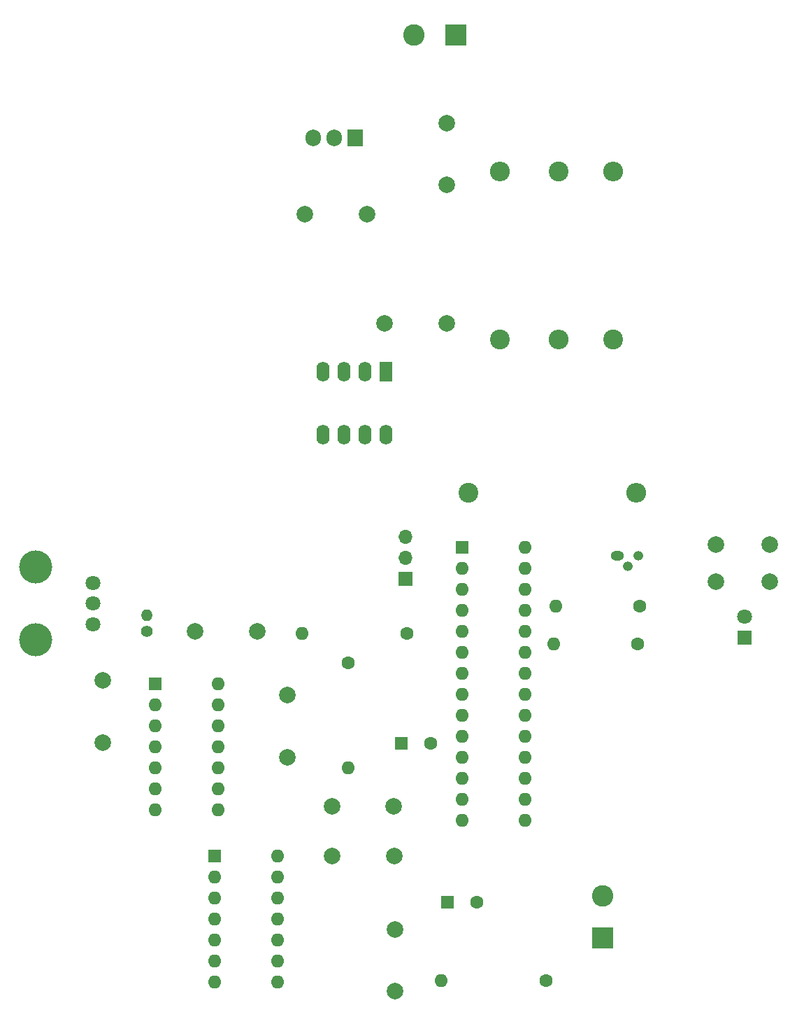
<source format=gbr>
%TF.GenerationSoftware,KiCad,Pcbnew,(5.1.10)-1*%
%TF.CreationDate,2021-11-16T23:10:03+01:00*%
%TF.ProjectId,Looper,4c6f6f70-6572-42e6-9b69-6361645f7063,rev?*%
%TF.SameCoordinates,Original*%
%TF.FileFunction,Soldermask,Bot*%
%TF.FilePolarity,Negative*%
%FSLAX46Y46*%
G04 Gerber Fmt 4.6, Leading zero omitted, Abs format (unit mm)*
G04 Created by KiCad (PCBNEW (5.1.10)-1) date 2021-11-16 23:10:03*
%MOMM*%
%LPD*%
G01*
G04 APERTURE LIST*
%ADD10C,2.000000*%
%ADD11O,1.600000X1.600000*%
%ADD12C,1.600000*%
%ADD13O,1.200000X1.200000*%
%ADD14O,1.600000X1.200000*%
%ADD15C,1.800000*%
%ADD16R,1.800000X1.800000*%
%ADD17C,2.600000*%
%ADD18R,2.600000X2.600000*%
%ADD19R,1.600000X1.600000*%
%ADD20O,1.600000X2.400000*%
%ADD21R,1.600000X2.400000*%
%ADD22O,1.905000X2.000000*%
%ADD23R,1.905000X2.000000*%
%ADD24O,1.400000X1.400000*%
%ADD25C,1.400000*%
%ADD26C,4.000000*%
%ADD27O,2.400000X2.400000*%
%ADD28C,2.400000*%
%ADD29O,1.700000X1.700000*%
%ADD30R,1.700000X1.700000*%
G04 APERTURE END LIST*
D10*
%TO.C,SW1*%
X233911000Y-91313000D03*
X233911000Y-86813000D03*
X240411000Y-91313000D03*
X240411000Y-86813000D03*
%TD*%
D11*
%TO.C,R9*%
X214249000Y-98806000D03*
D12*
X224409000Y-98806000D03*
%TD*%
D11*
%TO.C,R8*%
X214503000Y-94234000D03*
D12*
X224663000Y-94234000D03*
%TD*%
D13*
%TO.C,Q1*%
X224536000Y-88138000D03*
X223266000Y-89408000D03*
D14*
X221996000Y-88138000D03*
%TD*%
D15*
%TO.C,RECORD*%
X237363000Y-95504000D03*
D16*
X237363000Y-98044000D03*
%TD*%
D17*
%TO.C,J1*%
X197358000Y-25146000D03*
D18*
X202438000Y-25146000D03*
%TD*%
D11*
%TO.C,U2*%
X173609000Y-103632000D03*
X165989000Y-118872000D03*
X173609000Y-106172000D03*
X165989000Y-116332000D03*
X173609000Y-108712000D03*
X165989000Y-113792000D03*
X173609000Y-111252000D03*
X165989000Y-111252000D03*
X173609000Y-113792000D03*
X165989000Y-108712000D03*
X173609000Y-116332000D03*
X165989000Y-106172000D03*
X173609000Y-118872000D03*
D19*
X165989000Y-103632000D03*
%TD*%
D11*
%TO.C,R7*%
X183769000Y-97536000D03*
D12*
X196469000Y-97536000D03*
%TD*%
D11*
%TO.C,R4*%
X200660000Y-139573000D03*
D12*
X213360000Y-139573000D03*
%TD*%
D11*
%TO.C,R1*%
X189357000Y-113792000D03*
D12*
X189357000Y-101092000D03*
%TD*%
D20*
%TO.C,U6*%
X193929000Y-73533000D03*
X186309000Y-65913000D03*
X191389000Y-73533000D03*
X188849000Y-65913000D03*
X188849000Y-73533000D03*
X191389000Y-65913000D03*
X186309000Y-73533000D03*
D21*
X193929000Y-65913000D03*
%TD*%
D10*
%TO.C,C6*%
X184143000Y-46863000D03*
X191643000Y-46863000D03*
%TD*%
%TO.C,C14*%
X201302000Y-60071000D03*
X193802000Y-60071000D03*
%TD*%
D11*
%TO.C,U4*%
X180848000Y-124460000D03*
X173228000Y-139700000D03*
X180848000Y-127000000D03*
X173228000Y-137160000D03*
X180848000Y-129540000D03*
X173228000Y-134620000D03*
X180848000Y-132080000D03*
X173228000Y-132080000D03*
X180848000Y-134620000D03*
X173228000Y-129540000D03*
X180848000Y-137160000D03*
X173228000Y-127000000D03*
X180848000Y-139700000D03*
D19*
X173228000Y-124460000D03*
%TD*%
D10*
%TO.C,C9*%
X194952000Y-124460000D03*
X187452000Y-124460000D03*
%TD*%
%TO.C,C10*%
X195072000Y-133343000D03*
X195072000Y-140843000D03*
%TD*%
%TO.C,C7*%
X187394200Y-118440200D03*
X194894200Y-118440200D03*
%TD*%
D22*
%TO.C,U5*%
X185166000Y-37592000D03*
X187706000Y-37592000D03*
D23*
X190246000Y-37592000D03*
%TD*%
D10*
%TO.C,C8*%
X201295000Y-43314000D03*
X201295000Y-35814000D03*
%TD*%
%TO.C,C3*%
X181991000Y-105022000D03*
X181991000Y-112522000D03*
%TD*%
%TO.C,C2*%
X178315000Y-97282000D03*
X170815000Y-97282000D03*
%TD*%
%TO.C,C1*%
X159639000Y-103244000D03*
X159639000Y-110744000D03*
%TD*%
D24*
%TO.C,MK1*%
X164973000Y-95382000D03*
D25*
X164973000Y-97282000D03*
%TD*%
D11*
%TO.C,U1*%
X210820000Y-87122000D03*
X203200000Y-120142000D03*
X210820000Y-89662000D03*
X203200000Y-117602000D03*
X210820000Y-92202000D03*
X203200000Y-115062000D03*
X210820000Y-94742000D03*
X203200000Y-112522000D03*
X210820000Y-97282000D03*
X203200000Y-109982000D03*
X210820000Y-99822000D03*
X203200000Y-107442000D03*
X210820000Y-102362000D03*
X203200000Y-104902000D03*
X210820000Y-104902000D03*
X203200000Y-102362000D03*
X210820000Y-107442000D03*
X203200000Y-99822000D03*
X210820000Y-109982000D03*
X203200000Y-97282000D03*
X210820000Y-112522000D03*
X203200000Y-94742000D03*
X210820000Y-115062000D03*
X203200000Y-92202000D03*
X210820000Y-117602000D03*
X203200000Y-89662000D03*
X210820000Y-120142000D03*
D19*
X203200000Y-87122000D03*
%TD*%
D26*
%TO.C,RV1*%
X151496000Y-89540000D03*
X151496000Y-98340000D03*
D15*
X158496000Y-91440000D03*
X158496000Y-93940000D03*
X158496000Y-96440000D03*
%TD*%
D27*
%TO.C,R6*%
X207772000Y-41656000D03*
D28*
X207772000Y-61976000D03*
%TD*%
D27*
%TO.C,R5*%
X214884000Y-61976000D03*
D28*
X214884000Y-41656000D03*
%TD*%
D27*
%TO.C,R3*%
X221488000Y-41656000D03*
D28*
X221488000Y-61976000D03*
%TD*%
D27*
%TO.C,R2*%
X224282000Y-80518000D03*
D28*
X203962000Y-80518000D03*
%TD*%
D29*
%TO.C,JP1*%
X196342000Y-85852000D03*
X196342000Y-88392000D03*
D30*
X196342000Y-90932000D03*
%TD*%
D17*
%TO.C,J2*%
X220218000Y-129286000D03*
D18*
X220218000Y-134366000D03*
%TD*%
D12*
%TO.C,C11*%
X204922000Y-130048000D03*
D19*
X201422000Y-130048000D03*
%TD*%
D12*
%TO.C,C4*%
X199334000Y-110871000D03*
D19*
X195834000Y-110871000D03*
%TD*%
M02*

</source>
